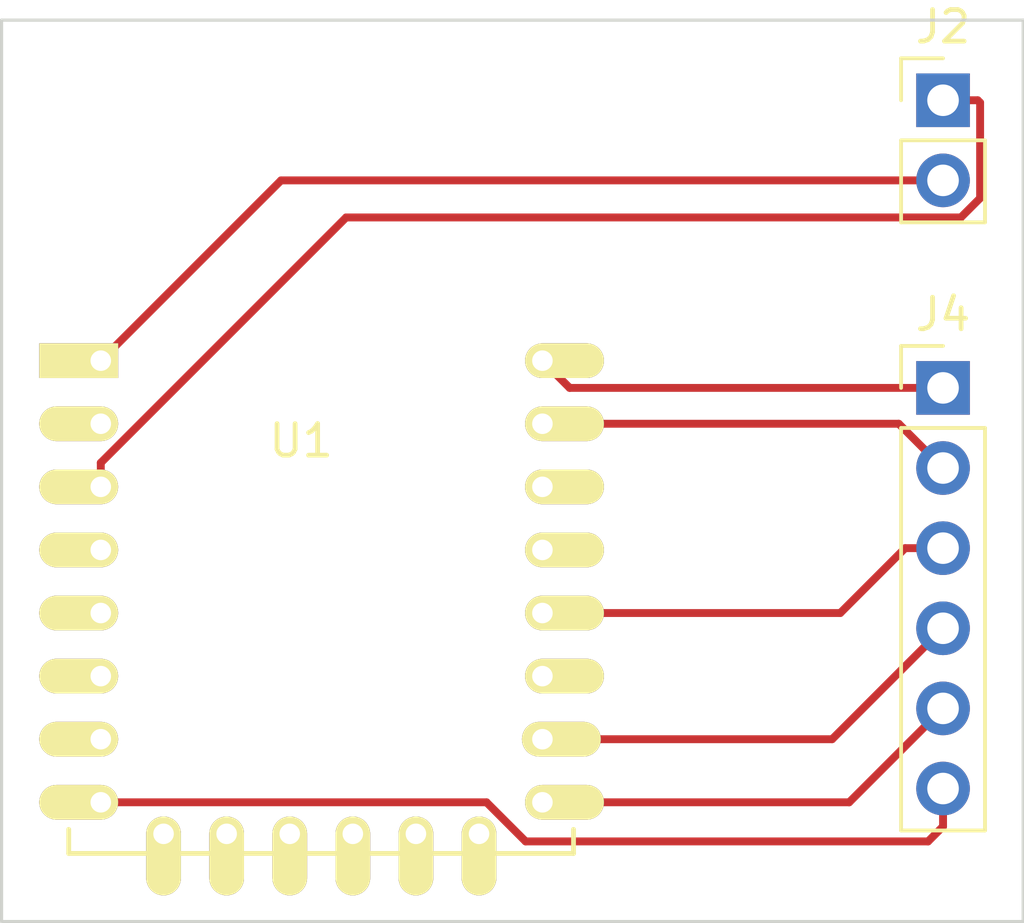
<source format=kicad_pcb>
(kicad_pcb (version 4) (host pcbnew 4.0.7-e2-6376~58~ubuntu17.04.1)

  (general
    (links 8)
    (no_connects 8)
    (area 125.679999 92.58 158.165001 121.970001)
    (thickness 1.6)
    (drawings 4)
    (tracks 25)
    (zones 0)
    (modules 3)
    (nets 23)
  )

  (page A4)
  (layers
    (0 F.Cu signal)
    (31 B.Cu signal)
    (32 B.Adhes user)
    (33 F.Adhes user)
    (34 B.Paste user)
    (35 F.Paste user)
    (36 B.SilkS user)
    (37 F.SilkS user)
    (38 B.Mask user)
    (39 F.Mask user)
    (40 Dwgs.User user)
    (41 Cmts.User user)
    (42 Eco1.User user)
    (43 Eco2.User user)
    (44 Edge.Cuts user)
    (45 Margin user)
    (46 B.CrtYd user)
    (47 F.CrtYd user)
    (48 B.Fab user)
    (49 F.Fab user)
  )

  (setup
    (last_trace_width 0.25)
    (trace_clearance 0.2)
    (zone_clearance 0.508)
    (zone_45_only no)
    (trace_min 0.2)
    (segment_width 0.2)
    (edge_width 0.1)
    (via_size 0.6)
    (via_drill 0.4)
    (via_min_size 0.4)
    (via_min_drill 0.3)
    (uvia_size 0.3)
    (uvia_drill 0.1)
    (uvias_allowed no)
    (uvia_min_size 0.2)
    (uvia_min_drill 0.1)
    (pcb_text_width 0.3)
    (pcb_text_size 1.5 1.5)
    (mod_edge_width 0.15)
    (mod_text_size 1 1)
    (mod_text_width 0.15)
    (pad_size 1.5 1.5)
    (pad_drill 0.6)
    (pad_to_mask_clearance 0)
    (aux_axis_origin 125.73 121.92)
    (grid_origin 125.73 121.92)
    (visible_elements FFFFEF7F)
    (pcbplotparams
      (layerselection 0x01000_80000001)
      (usegerberextensions false)
      (excludeedgelayer true)
      (linewidth 0.100000)
      (plotframeref false)
      (viasonmask false)
      (mode 1)
      (useauxorigin false)
      (hpglpennumber 1)
      (hpglpenspeed 20)
      (hpglpendiameter 15)
      (hpglpenoverlay 2)
      (psnegative false)
      (psa4output false)
      (plotreference true)
      (plotvalue true)
      (plotinvisibletext false)
      (padsonsilk false)
      (subtractmaskfromsilk false)
      (outputformat 1)
      (mirror false)
      (drillshape 0)
      (scaleselection 1)
      (outputdirectory ""))
  )

  (net 0 "")
  (net 1 /CH_PD)
  (net 2 /REST)
  (net 3 /TXD)
  (net 4 /RXD)
  (net 5 /GPIO0)
  (net 6 /GPIO15)
  (net 7 /GND)
  (net 8 /VCC)
  (net 9 "Net-(U1-Pad2)")
  (net 10 "Net-(U1-Pad4)")
  (net 11 "Net-(U1-Pad5)")
  (net 12 "Net-(U1-Pad6)")
  (net 13 "Net-(U1-Pad7)")
  (net 14 "Net-(U1-Pad11)")
  (net 15 "Net-(U1-Pad13)")
  (net 16 "Net-(U1-Pad14)")
  (net 17 "Net-(U1-Pad17)")
  (net 18 "Net-(U1-Pad18)")
  (net 19 "Net-(U1-Pad19)")
  (net 20 "Net-(U1-Pad20)")
  (net 21 "Net-(U1-Pad21)")
  (net 22 "Net-(U1-Pad22)")

  (net_class Default "This is the default net class."
    (clearance 0.2)
    (trace_width 0.25)
    (via_dia 0.6)
    (via_drill 0.4)
    (uvia_dia 0.3)
    (uvia_drill 0.1)
    (add_net /CH_PD)
    (add_net /GND)
    (add_net /GPIO0)
    (add_net /GPIO15)
    (add_net /REST)
    (add_net /RXD)
    (add_net /TXD)
    (add_net /VCC)
    (add_net "Net-(U1-Pad11)")
    (add_net "Net-(U1-Pad13)")
    (add_net "Net-(U1-Pad14)")
    (add_net "Net-(U1-Pad17)")
    (add_net "Net-(U1-Pad18)")
    (add_net "Net-(U1-Pad19)")
    (add_net "Net-(U1-Pad2)")
    (add_net "Net-(U1-Pad20)")
    (add_net "Net-(U1-Pad21)")
    (add_net "Net-(U1-Pad22)")
    (add_net "Net-(U1-Pad4)")
    (add_net "Net-(U1-Pad5)")
    (add_net "Net-(U1-Pad6)")
    (add_net "Net-(U1-Pad7)")
  )

  (module Socket_Strips:Socket_Strip_Straight_1x02_Pitch2.54mm (layer F.Cu) (tedit 58CD5446) (tstamp 59AD310D)
    (at 155.575 95.885)
    (descr "Through hole straight socket strip, 1x02, 2.54mm pitch, single row")
    (tags "Through hole socket strip THT 1x02 2.54mm single row")
    (path /59A706A6)
    (fp_text reference J2 (at 0 -2.33) (layer F.SilkS)
      (effects (font (size 1 1) (thickness 0.15)))
    )
    (fp_text value ESP2 (at 0 4.87) (layer F.Fab)
      (effects (font (size 1 1) (thickness 0.15)))
    )
    (fp_line (start -1.27 -1.27) (end -1.27 3.81) (layer F.Fab) (width 0.1))
    (fp_line (start -1.27 3.81) (end 1.27 3.81) (layer F.Fab) (width 0.1))
    (fp_line (start 1.27 3.81) (end 1.27 -1.27) (layer F.Fab) (width 0.1))
    (fp_line (start 1.27 -1.27) (end -1.27 -1.27) (layer F.Fab) (width 0.1))
    (fp_line (start -1.33 1.27) (end -1.33 3.87) (layer F.SilkS) (width 0.12))
    (fp_line (start -1.33 3.87) (end 1.33 3.87) (layer F.SilkS) (width 0.12))
    (fp_line (start 1.33 3.87) (end 1.33 1.27) (layer F.SilkS) (width 0.12))
    (fp_line (start 1.33 1.27) (end -1.33 1.27) (layer F.SilkS) (width 0.12))
    (fp_line (start -1.33 0) (end -1.33 -1.33) (layer F.SilkS) (width 0.12))
    (fp_line (start -1.33 -1.33) (end 0 -1.33) (layer F.SilkS) (width 0.12))
    (fp_line (start -1.8 -1.8) (end -1.8 4.35) (layer F.CrtYd) (width 0.05))
    (fp_line (start -1.8 4.35) (end 1.8 4.35) (layer F.CrtYd) (width 0.05))
    (fp_line (start 1.8 4.35) (end 1.8 -1.8) (layer F.CrtYd) (width 0.05))
    (fp_line (start 1.8 -1.8) (end -1.8 -1.8) (layer F.CrtYd) (width 0.05))
    (fp_text user %R (at 0 -2.33) (layer F.Fab)
      (effects (font (size 1 1) (thickness 0.15)))
    )
    (pad 1 thru_hole rect (at 0 0) (size 1.7 1.7) (drill 1) (layers *.Cu *.Mask)
      (net 1 /CH_PD))
    (pad 2 thru_hole oval (at 0 2.54) (size 1.7 1.7) (drill 1) (layers *.Cu *.Mask)
      (net 2 /REST))
    (model ${KISYS3DMOD}/Socket_Strips.3dshapes/Socket_Strip_Straight_1x02_Pitch2.54mm.wrl
      (at (xyz 0 -0.05 0))
      (scale (xyz 1 1 1))
      (rotate (xyz 0 0 270))
    )
  )

  (module Socket_Strips:Socket_Strip_Straight_1x06_Pitch2.54mm (layer F.Cu) (tedit 58CD5446) (tstamp 59AD3126)
    (at 155.575 105.0036)
    (descr "Through hole straight socket strip, 1x06, 2.54mm pitch, single row")
    (tags "Through hole socket strip THT 1x06 2.54mm single row")
    (path /59A70649)
    (fp_text reference J4 (at 0 -2.33) (layer F.SilkS)
      (effects (font (size 1 1) (thickness 0.15)))
    )
    (fp_text value ESP1 (at 0 15.03) (layer F.Fab)
      (effects (font (size 1 1) (thickness 0.15)))
    )
    (fp_line (start -1.27 -1.27) (end -1.27 13.97) (layer F.Fab) (width 0.1))
    (fp_line (start -1.27 13.97) (end 1.27 13.97) (layer F.Fab) (width 0.1))
    (fp_line (start 1.27 13.97) (end 1.27 -1.27) (layer F.Fab) (width 0.1))
    (fp_line (start 1.27 -1.27) (end -1.27 -1.27) (layer F.Fab) (width 0.1))
    (fp_line (start -1.33 1.27) (end -1.33 14.03) (layer F.SilkS) (width 0.12))
    (fp_line (start -1.33 14.03) (end 1.33 14.03) (layer F.SilkS) (width 0.12))
    (fp_line (start 1.33 14.03) (end 1.33 1.27) (layer F.SilkS) (width 0.12))
    (fp_line (start 1.33 1.27) (end -1.33 1.27) (layer F.SilkS) (width 0.12))
    (fp_line (start -1.33 0) (end -1.33 -1.33) (layer F.SilkS) (width 0.12))
    (fp_line (start -1.33 -1.33) (end 0 -1.33) (layer F.SilkS) (width 0.12))
    (fp_line (start -1.8 -1.8) (end -1.8 14.5) (layer F.CrtYd) (width 0.05))
    (fp_line (start -1.8 14.5) (end 1.8 14.5) (layer F.CrtYd) (width 0.05))
    (fp_line (start 1.8 14.5) (end 1.8 -1.8) (layer F.CrtYd) (width 0.05))
    (fp_line (start 1.8 -1.8) (end -1.8 -1.8) (layer F.CrtYd) (width 0.05))
    (fp_text user %R (at 0 -2.33) (layer F.Fab)
      (effects (font (size 1 1) (thickness 0.15)))
    )
    (pad 1 thru_hole rect (at 0 0) (size 1.7 1.7) (drill 1) (layers *.Cu *.Mask)
      (net 3 /TXD))
    (pad 2 thru_hole oval (at 0 2.54) (size 1.7 1.7) (drill 1) (layers *.Cu *.Mask)
      (net 4 /RXD))
    (pad 3 thru_hole oval (at 0 5.08) (size 1.7 1.7) (drill 1) (layers *.Cu *.Mask)
      (net 5 /GPIO0))
    (pad 4 thru_hole oval (at 0 7.62) (size 1.7 1.7) (drill 1) (layers *.Cu *.Mask)
      (net 6 /GPIO15))
    (pad 5 thru_hole oval (at 0 10.16) (size 1.7 1.7) (drill 1) (layers *.Cu *.Mask)
      (net 7 /GND))
    (pad 6 thru_hole oval (at 0 12.7) (size 1.7 1.7) (drill 1) (layers *.Cu *.Mask)
      (net 8 /VCC))
    (model ${KISYS3DMOD}/Socket_Strips.3dshapes/Socket_Strip_Straight_1x06_Pitch2.54mm.wrl
      (at (xyz 0 -0.25 0))
      (scale (xyz 1 1 1))
      (rotate (xyz 0 0 270))
    )
  )

  (module ESP8266:ESP-12E (layer F.Cu) (tedit 58B47889) (tstamp 59AD3154)
    (at 128.875 104.14)
    (descr "Module, ESP-8266, ESP-12, 16 pad, SMD")
    (tags "Module ESP-8266 ESP8266")
    (path /59AD3056)
    (fp_text reference U1 (at 6.35 2.54) (layer F.SilkS)
      (effects (font (size 1 1) (thickness 0.15)))
    )
    (fp_text value ESP-12E (at 6.35 6.35) (layer F.Fab) hide
      (effects (font (size 1 1) (thickness 0.15)))
    )
    (fp_line (start -2.25 -0.5) (end -2.25 -8.75) (layer F.CrtYd) (width 0.05))
    (fp_line (start -2.25 -8.75) (end 15.25 -8.75) (layer F.CrtYd) (width 0.05))
    (fp_line (start 15.25 -8.75) (end 16.25 -8.75) (layer F.CrtYd) (width 0.05))
    (fp_line (start 16.25 -8.75) (end 16.25 16) (layer F.CrtYd) (width 0.05))
    (fp_line (start 16.25 16) (end -2.25 16) (layer F.CrtYd) (width 0.05))
    (fp_line (start -2.25 16) (end -2.25 -0.5) (layer F.CrtYd) (width 0.05))
    (fp_line (start -1.016 -8.382) (end 14.986 -8.382) (layer F.CrtYd) (width 0.1524))
    (fp_line (start 14.986 -8.382) (end 14.986 -0.889) (layer F.CrtYd) (width 0.1524))
    (fp_line (start -1.016 -8.382) (end -1.016 -1.016) (layer F.CrtYd) (width 0.1524))
    (fp_line (start -1.016 14.859) (end -1.016 15.621) (layer F.SilkS) (width 0.1524))
    (fp_line (start -1.016 15.621) (end 14.986 15.621) (layer F.SilkS) (width 0.1524))
    (fp_line (start 14.986 15.621) (end 14.986 14.859) (layer F.SilkS) (width 0.1524))
    (fp_line (start 14.992 -8.4) (end -1.008 -2.6) (layer F.CrtYd) (width 0.1524))
    (fp_line (start -1.008 -8.4) (end 14.992 -2.6) (layer F.CrtYd) (width 0.1524))
    (fp_text user "No Copper" (at 6.892 -5.4) (layer F.CrtYd)
      (effects (font (size 1 1) (thickness 0.15)))
    )
    (fp_line (start -1.008 -2.6) (end 14.992 -2.6) (layer F.CrtYd) (width 0.1524))
    (fp_line (start 15 -8.4) (end 15 15.6) (layer F.Fab) (width 0.05))
    (fp_line (start 14.992 15.6) (end -1.008 15.6) (layer F.Fab) (width 0.05))
    (fp_line (start -1.008 15.6) (end -1.008 -8.4) (layer F.Fab) (width 0.05))
    (fp_line (start -1.008 -8.4) (end 14.992 -8.4) (layer F.Fab) (width 0.05))
    (pad 1 thru_hole rect (at 0 0) (size 2.5 1.1) (drill 0.65 (offset -0.7 0)) (layers *.Cu *.Mask F.SilkS)
      (net 2 /REST))
    (pad 2 thru_hole oval (at 0 2) (size 2.5 1.1) (drill 0.65 (offset -0.7 0)) (layers *.Cu *.Mask F.SilkS)
      (net 9 "Net-(U1-Pad2)"))
    (pad 3 thru_hole oval (at 0 4) (size 2.5 1.1) (drill 0.65 (offset -0.7 0)) (layers *.Cu *.Mask F.SilkS)
      (net 1 /CH_PD))
    (pad 4 thru_hole oval (at 0 6) (size 2.5 1.1) (drill 0.65 (offset -0.7 0)) (layers *.Cu *.Mask F.SilkS)
      (net 10 "Net-(U1-Pad4)"))
    (pad 5 thru_hole oval (at 0 8) (size 2.5 1.1) (drill 0.65 (offset -0.7 0)) (layers *.Cu *.Mask F.SilkS)
      (net 11 "Net-(U1-Pad5)"))
    (pad 6 thru_hole oval (at 0 10) (size 2.5 1.1) (drill 0.65 (offset -0.7 0)) (layers *.Cu *.Mask F.SilkS)
      (net 12 "Net-(U1-Pad6)"))
    (pad 7 thru_hole oval (at 0 12) (size 2.5 1.1) (drill 0.65 (offset -0.7 0)) (layers *.Cu *.Mask F.SilkS)
      (net 13 "Net-(U1-Pad7)"))
    (pad 8 thru_hole oval (at 0 14) (size 2.5 1.1) (drill 0.65 (offset -0.7 0)) (layers *.Cu *.Mask F.SilkS)
      (net 8 /VCC))
    (pad 9 thru_hole oval (at 14 14) (size 2.5 1.1) (drill 0.65 (offset 0.7 0)) (layers *.Cu *.Mask F.SilkS)
      (net 7 /GND))
    (pad 10 thru_hole oval (at 14 12) (size 2.5 1.1) (drill 0.65 (offset 0.6 0)) (layers *.Cu *.Mask F.SilkS)
      (net 6 /GPIO15))
    (pad 11 thru_hole oval (at 14 10) (size 2.5 1.1) (drill 0.65 (offset 0.7 0)) (layers *.Cu *.Mask F.SilkS)
      (net 14 "Net-(U1-Pad11)"))
    (pad 12 thru_hole oval (at 14 8) (size 2.5 1.1) (drill 0.65 (offset 0.7 0)) (layers *.Cu *.Mask F.SilkS)
      (net 5 /GPIO0))
    (pad 13 thru_hole oval (at 14 6) (size 2.5 1.1) (drill 0.65 (offset 0.7 0)) (layers *.Cu *.Mask F.SilkS)
      (net 15 "Net-(U1-Pad13)"))
    (pad 14 thru_hole oval (at 14 4) (size 2.5 1.1) (drill 0.65 (offset 0.7 0)) (layers *.Cu *.Mask F.SilkS)
      (net 16 "Net-(U1-Pad14)"))
    (pad 15 thru_hole oval (at 14 2) (size 2.5 1.1) (drill 0.65 (offset 0.7 0)) (layers *.Cu *.Mask F.SilkS)
      (net 4 /RXD))
    (pad 16 thru_hole oval (at 14 0) (size 2.5 1.1) (drill 0.65 (offset 0.7 0)) (layers *.Cu *.Mask F.SilkS)
      (net 3 /TXD))
    (pad 17 thru_hole oval (at 1.99 15 90) (size 2.5 1.1) (drill 0.65 (offset -0.7 0)) (layers *.Cu *.Mask F.SilkS)
      (net 17 "Net-(U1-Pad17)"))
    (pad 18 thru_hole oval (at 3.99 15 90) (size 2.5 1.1) (drill 0.65 (offset -0.7 0)) (layers *.Cu *.Mask F.SilkS)
      (net 18 "Net-(U1-Pad18)"))
    (pad 19 thru_hole oval (at 5.99 15 90) (size 2.5 1.1) (drill 0.65 (offset -0.7 0)) (layers *.Cu *.Mask F.SilkS)
      (net 19 "Net-(U1-Pad19)"))
    (pad 20 thru_hole oval (at 7.99 15 90) (size 2.5 1.1) (drill 0.65 (offset -0.7 0)) (layers *.Cu *.Mask F.SilkS)
      (net 20 "Net-(U1-Pad20)"))
    (pad 21 thru_hole oval (at 9.99 15 90) (size 2.5 1.1) (drill 0.65 (offset -0.7 0)) (layers *.Cu *.Mask F.SilkS)
      (net 21 "Net-(U1-Pad21)"))
    (pad 22 thru_hole oval (at 11.99 15 90) (size 2.5 1.1) (drill 0.65 (offset -0.7 0)) (layers *.Cu *.Mask F.SilkS)
      (net 22 "Net-(U1-Pad22)"))
    (model ${ESPLIB}/ESP8266.3dshapes/ESP-12E.wrl
      (at (xyz 0 0 0))
      (scale (xyz 0.3937 0.3937 0.3937))
      (rotate (xyz 0 0 0))
    )
  )

  (gr_line (start 125.73 121.92) (end 125.73 93.345) (layer Edge.Cuts) (width 0.1))
  (gr_line (start 158.115 121.92) (end 125.73 121.92) (layer Edge.Cuts) (width 0.1))
  (gr_line (start 158.115 93.345) (end 158.115 121.92) (layer Edge.Cuts) (width 0.1))
  (gr_line (start 125.73 93.345) (end 158.115 93.345) (layer Edge.Cuts) (width 0.1))

  (segment (start 128.875 108.14) (end 128.875 107.377451) (width 0.25) (layer F.Cu) (net 1))
  (segment (start 128.875 107.377451) (end 136.65245 99.600001) (width 0.25) (layer F.Cu) (net 1))
  (segment (start 136.65245 99.600001) (end 156.139001 99.600001) (width 0.25) (layer F.Cu) (net 1))
  (segment (start 156.139001 99.600001) (end 156.750001 98.989001) (width 0.25) (layer F.Cu) (net 1))
  (segment (start 156.750001 98.989001) (end 156.750001 95.960001) (width 0.25) (layer F.Cu) (net 1))
  (segment (start 156.750001 95.960001) (end 156.675 95.885) (width 0.25) (layer F.Cu) (net 1))
  (segment (start 156.675 95.885) (end 155.575 95.885) (width 0.25) (layer F.Cu) (net 1))
  (segment (start 128.875 104.14) (end 134.59 98.425) (width 0.25) (layer F.Cu) (net 2))
  (segment (start 134.59 98.425) (end 155.575 98.425) (width 0.25) (layer F.Cu) (net 2))
  (segment (start 155.575 105.0036) (end 143.7386 105.0036) (width 0.25) (layer F.Cu) (net 3))
  (segment (start 143.7386 105.0036) (end 142.875 104.14) (width 0.25) (layer F.Cu) (net 3))
  (segment (start 155.575 107.5436) (end 154.1714 106.14) (width 0.25) (layer F.Cu) (net 4))
  (segment (start 154.1714 106.14) (end 142.875 106.14) (width 0.25) (layer F.Cu) (net 4))
  (segment (start 155.575 110.0836) (end 154.372919 110.0836) (width 0.25) (layer F.Cu) (net 5))
  (segment (start 154.372919 110.0836) (end 152.316519 112.14) (width 0.25) (layer F.Cu) (net 5))
  (segment (start 152.316519 112.14) (end 142.875 112.14) (width 0.25) (layer F.Cu) (net 5))
  (segment (start 155.575 112.6236) (end 152.0586 116.14) (width 0.25) (layer F.Cu) (net 6))
  (segment (start 152.0586 116.14) (end 142.875 116.14) (width 0.25) (layer F.Cu) (net 6))
  (segment (start 155.575 115.1636) (end 152.5986 118.14) (width 0.25) (layer F.Cu) (net 7))
  (segment (start 152.5986 118.14) (end 142.875 118.14) (width 0.25) (layer F.Cu) (net 7))
  (segment (start 155.575 117.7036) (end 155.575 118.905681) (width 0.25) (layer F.Cu) (net 8))
  (segment (start 155.575 118.905681) (end 155.100681 119.38) (width 0.25) (layer F.Cu) (net 8))
  (segment (start 155.100681 119.38) (end 142.342451 119.38) (width 0.25) (layer F.Cu) (net 8))
  (segment (start 142.342451 119.38) (end 141.102451 118.14) (width 0.25) (layer F.Cu) (net 8))
  (segment (start 141.102451 118.14) (end 128.875 118.14) (width 0.25) (layer F.Cu) (net 8))

)

</source>
